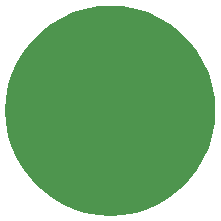
<source format=gbp>
G04 Layer: BottomPasteMaskLayer*
G04 EasyEDA v6.4.7, 2020-11-20T12:49:30+01:00*
G04 3459f72c1cfb4ed1b42eaf7d9b2f9cca,50b924b206514efda7368a069ed08794,10*
G04 Gerber Generator version 0.2*
G04 Scale: 100 percent, Rotated: No, Reflected: No *
G04 Dimensions in millimeters *
G04 leading zeros omitted , absolute positions ,3 integer and 3 decimal *
%FSLAX33Y33*%
%MOMM*%
G90*
D02*


%LPD*%
G36*
G01X51657Y29596D02*
G01X51593Y30668D01*
G01X51399Y31725D01*
G01X51079Y32751D01*
G01X50638Y33732D01*
G01X50082Y34651D01*
G01X49419Y35497D01*
G01X48659Y36257D01*
G01X47813Y36920D01*
G01X46894Y37476D01*
G01X45913Y37917D01*
G01X44887Y38237D01*
G01X43830Y38431D01*
G01X42758Y38495D01*
G01X41685Y38431D01*
G01X40628Y38237D01*
G01X39602Y37917D01*
G01X38621Y37476D01*
G01X37702Y36920D01*
G01X36856Y36257D01*
G01X36096Y35497D01*
G01X35433Y34651D01*
G01X34877Y33732D01*
G01X34436Y32751D01*
G01X34116Y31725D01*
G01X33922Y30668D01*
G01X33858Y29596D01*
G01X33922Y28523D01*
G01X34116Y27466D01*
G01X34436Y26440D01*
G01X34877Y25459D01*
G01X35433Y24540D01*
G01X36096Y23694D01*
G01X36856Y22934D01*
G01X37702Y22271D01*
G01X38621Y21715D01*
G01X39602Y21274D01*
G01X40628Y20954D01*
G01X41685Y20760D01*
G01X42758Y20696D01*
G01X43830Y20760D01*
G01X44887Y20954D01*
G01X45913Y21274D01*
G01X46894Y21715D01*
G01X47813Y22271D01*
G01X48659Y22934D01*
G01X49419Y23694D01*
G01X50082Y24540D01*
G01X50638Y25459D01*
G01X51079Y26440D01*
G01X51399Y27466D01*
G01X51593Y28523D01*
G01X51657Y29596D01*
G37*
M00*
M02*

</source>
